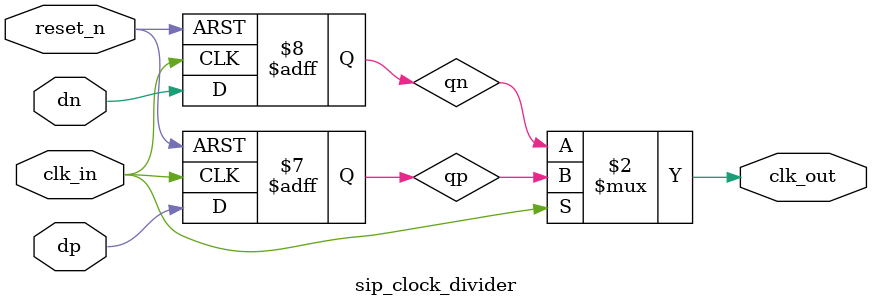
<source format=v>

module sip_clk_mux(/*AUTOARG*/
   // Outputs
   clk_out,
   // Inputs
   clk_in0, clk_in1, selector
   );

   ///////////////
   // INTERFACE //
   ///////////////
   
   input  clk_in0;
   input  clk_in1;
   input  selector;
   output clk_out;

   ///////////
   // LOGIC //
   ///////////

   assign clk_out = (selector == 1'b0) ? clk_in0 : clk_in1; 
   
endmodule

// Clock divider
module sip_clock_divider(/*AUTOARG*/
   // Outputs
   clk_out,
   // Inputs
   clk_in, dn, dp, reset_n
   );

   ///////////////
   // INTERFACE //
   ///////////////

   input    clk_in;
   input    dn;
   input    dp;
   input    reset_n;
   output   clk_out;

   ////////////////////////////////
   // INTERNAL WIRES & REGISTERS //
   ////////////////////////////////

   reg 	    qn;
   reg 	    qp;
  
   
   ///////////
   // LOGIC //
   ///////////

   assign   clk_out = (clk_in == 1'b0) ? qn : qp;
   
   ////////
   // FF //
   ////////

   always @(posedge clk_in or negedge reset_n)
     begin
       if(reset_n == 1'b0)
	 begin
	   qn <= #1 1'b0;
	 end
       else
	 begin
	   qn <= #1 dn;
	 end
     end // always @ (posedge clk_in or negedge reset_n)

   always @(negedge clk_in or negedge reset_n)
     begin
       if(reset_n == 1'b0)
	 begin
	   qp <= #1 1'b0;
	 end
       else
	 begin
	   qp <= #1 dp;
	 end
     end // always @ (negedge clk_in or negedge reset_n)

   
   
endmodule // sip_clock_divider


		     
  

</source>
